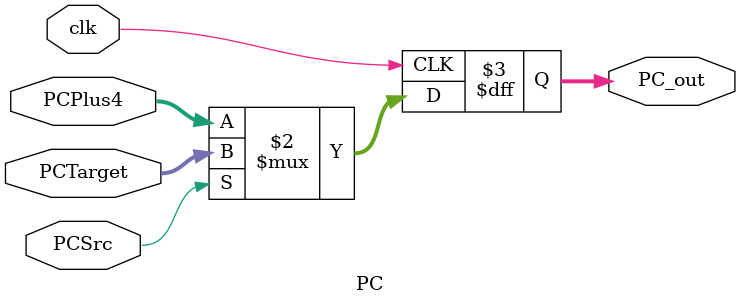
<source format=v>
module PC
(
	input clk, PCSrc, 
	input [31 : 0] PCTarget, PCPlus4,
	output reg [31 : 0] PC_out
);

always @(posedge clk)
	PC_out <= PCSrc ? PCTarget : PCPlus4;

endmodule
</source>
